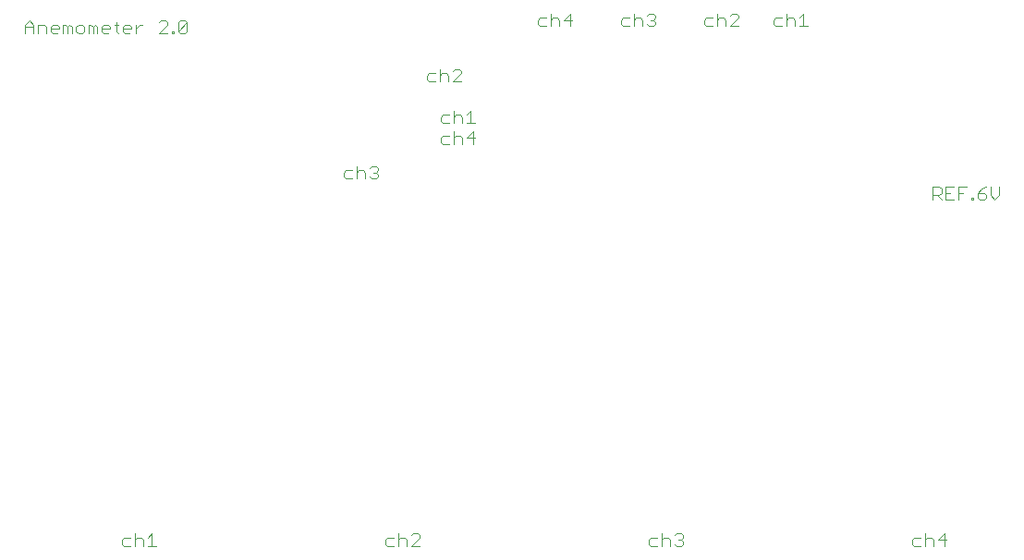
<source format=gto>
G75*
G70*
%OFA0B0*%
%FSLAX24Y24*%
%IPPOS*%
%LPD*%
%AMOC8*
5,1,8,0,0,1.08239X$1,22.5*
%
%ADD10C,0.0040*%
D10*
X004724Y004292D02*
X004801Y004215D01*
X005031Y004215D01*
X005184Y004215D02*
X005184Y004676D01*
X005261Y004522D02*
X005414Y004522D01*
X005491Y004445D01*
X005491Y004215D01*
X005645Y004215D02*
X005951Y004215D01*
X005798Y004215D02*
X005798Y004676D01*
X005645Y004522D01*
X005261Y004522D02*
X005184Y004445D01*
X005031Y004522D02*
X004801Y004522D01*
X004724Y004445D01*
X004724Y004292D01*
X014224Y004292D02*
X014301Y004215D01*
X014531Y004215D01*
X014684Y004215D02*
X014684Y004676D01*
X014761Y004522D02*
X014914Y004522D01*
X014991Y004445D01*
X014991Y004215D01*
X015145Y004215D02*
X015451Y004522D01*
X015451Y004599D01*
X015375Y004676D01*
X015221Y004676D01*
X015145Y004599D01*
X014761Y004522D02*
X014684Y004445D01*
X014531Y004522D02*
X014301Y004522D01*
X014224Y004445D01*
X014224Y004292D01*
X015145Y004215D02*
X015451Y004215D01*
X023724Y004292D02*
X023801Y004215D01*
X024031Y004215D01*
X024184Y004215D02*
X024184Y004676D01*
X024261Y004522D02*
X024184Y004445D01*
X024261Y004522D02*
X024414Y004522D01*
X024491Y004445D01*
X024491Y004215D01*
X024645Y004292D02*
X024721Y004215D01*
X024875Y004215D01*
X024951Y004292D01*
X024951Y004369D01*
X024875Y004445D01*
X024798Y004445D01*
X024875Y004445D02*
X024951Y004522D01*
X024951Y004599D01*
X024875Y004676D01*
X024721Y004676D01*
X024645Y004599D01*
X024031Y004522D02*
X023801Y004522D01*
X023724Y004445D01*
X023724Y004292D01*
X033224Y004292D02*
X033301Y004215D01*
X033531Y004215D01*
X033684Y004215D02*
X033684Y004676D01*
X033761Y004522D02*
X033684Y004445D01*
X033761Y004522D02*
X033914Y004522D01*
X033991Y004445D01*
X033991Y004215D01*
X034145Y004445D02*
X034451Y004445D01*
X034375Y004215D02*
X034375Y004676D01*
X034145Y004445D01*
X033531Y004522D02*
X033301Y004522D01*
X033224Y004445D01*
X033224Y004292D01*
X033974Y016715D02*
X033974Y017176D01*
X034204Y017176D01*
X034281Y017099D01*
X034281Y016945D01*
X034204Y016869D01*
X033974Y016869D01*
X034127Y016869D02*
X034281Y016715D01*
X034434Y016715D02*
X034741Y016715D01*
X034895Y016715D02*
X034895Y017176D01*
X035201Y017176D01*
X035048Y016945D02*
X034895Y016945D01*
X034741Y017176D02*
X034434Y017176D01*
X034434Y016715D01*
X034434Y016945D02*
X034588Y016945D01*
X035355Y016792D02*
X035355Y016715D01*
X035432Y016715D01*
X035432Y016792D01*
X035355Y016792D01*
X035585Y016792D02*
X035662Y016715D01*
X035815Y016715D01*
X035892Y016792D01*
X035892Y016869D01*
X035815Y016945D01*
X035585Y016945D01*
X035585Y016792D01*
X035585Y016945D02*
X035739Y017099D01*
X035892Y017176D01*
X036046Y017176D02*
X036046Y016869D01*
X036199Y016715D01*
X036352Y016869D01*
X036352Y017176D01*
X029451Y022965D02*
X029145Y022965D01*
X029298Y022965D02*
X029298Y023426D01*
X029145Y023272D01*
X028991Y023195D02*
X028991Y022965D01*
X028991Y023195D02*
X028914Y023272D01*
X028761Y023272D01*
X028684Y023195D01*
X028531Y023272D02*
X028301Y023272D01*
X028224Y023195D01*
X028224Y023042D01*
X028301Y022965D01*
X028531Y022965D01*
X028684Y022965D02*
X028684Y023426D01*
X026951Y023349D02*
X026875Y023426D01*
X026721Y023426D01*
X026645Y023349D01*
X026491Y023195D02*
X026491Y022965D01*
X026645Y022965D02*
X026951Y023272D01*
X026951Y023349D01*
X026491Y023195D02*
X026414Y023272D01*
X026261Y023272D01*
X026184Y023195D01*
X026031Y023272D02*
X025801Y023272D01*
X025724Y023195D01*
X025724Y023042D01*
X025801Y022965D01*
X026031Y022965D01*
X026184Y022965D02*
X026184Y023426D01*
X026645Y022965D02*
X026951Y022965D01*
X023951Y023042D02*
X023875Y022965D01*
X023721Y022965D01*
X023645Y023042D01*
X023491Y022965D02*
X023491Y023195D01*
X023414Y023272D01*
X023261Y023272D01*
X023184Y023195D01*
X023031Y023272D02*
X022801Y023272D01*
X022724Y023195D01*
X022724Y023042D01*
X022801Y022965D01*
X023031Y022965D01*
X023184Y022965D02*
X023184Y023426D01*
X023645Y023349D02*
X023721Y023426D01*
X023875Y023426D01*
X023951Y023349D01*
X023951Y023272D01*
X023875Y023195D01*
X023951Y023119D01*
X023951Y023042D01*
X023875Y023195D02*
X023798Y023195D01*
X020951Y023195D02*
X020645Y023195D01*
X020875Y023426D01*
X020875Y022965D01*
X020491Y022965D02*
X020491Y023195D01*
X020414Y023272D01*
X020261Y023272D01*
X020184Y023195D01*
X020031Y023272D02*
X019801Y023272D01*
X019724Y023195D01*
X019724Y023042D01*
X019801Y022965D01*
X020031Y022965D01*
X020184Y022965D02*
X020184Y023426D01*
X016951Y021349D02*
X016875Y021426D01*
X016721Y021426D01*
X016645Y021349D01*
X016491Y021195D02*
X016491Y020965D01*
X016645Y020965D02*
X016951Y021272D01*
X016951Y021349D01*
X016491Y021195D02*
X016414Y021272D01*
X016261Y021272D01*
X016184Y021195D01*
X016031Y021272D02*
X015801Y021272D01*
X015724Y021195D01*
X015724Y021042D01*
X015801Y020965D01*
X016031Y020965D01*
X016184Y020965D02*
X016184Y021426D01*
X016645Y020965D02*
X016951Y020965D01*
X016684Y019926D02*
X016684Y019465D01*
X016531Y019465D02*
X016301Y019465D01*
X016224Y019542D01*
X016224Y019695D01*
X016301Y019772D01*
X016531Y019772D01*
X016684Y019695D02*
X016761Y019772D01*
X016914Y019772D01*
X016991Y019695D01*
X016991Y019465D01*
X017145Y019465D02*
X017451Y019465D01*
X017298Y019465D02*
X017298Y019926D01*
X017145Y019772D01*
X017375Y019176D02*
X017145Y018945D01*
X017451Y018945D01*
X017375Y018715D02*
X017375Y019176D01*
X016991Y018945D02*
X016991Y018715D01*
X016991Y018945D02*
X016914Y019022D01*
X016761Y019022D01*
X016684Y018945D01*
X016531Y019022D02*
X016301Y019022D01*
X016224Y018945D01*
X016224Y018792D01*
X016301Y018715D01*
X016531Y018715D01*
X016684Y018715D02*
X016684Y019176D01*
X013951Y017849D02*
X013951Y017772D01*
X013875Y017695D01*
X013951Y017619D01*
X013951Y017542D01*
X013875Y017465D01*
X013721Y017465D01*
X013645Y017542D01*
X013491Y017465D02*
X013491Y017695D01*
X013414Y017772D01*
X013261Y017772D01*
X013184Y017695D01*
X013031Y017772D02*
X012801Y017772D01*
X012724Y017695D01*
X012724Y017542D01*
X012801Y017465D01*
X013031Y017465D01*
X013184Y017465D02*
X013184Y017926D01*
X013645Y017849D02*
X013721Y017926D01*
X013875Y017926D01*
X013951Y017849D01*
X013875Y017695D02*
X013798Y017695D01*
X007055Y022792D02*
X006979Y022715D01*
X006825Y022715D01*
X006748Y022792D01*
X007055Y023099D01*
X007055Y022792D01*
X006748Y022792D02*
X006748Y023099D01*
X006825Y023176D01*
X006979Y023176D01*
X007055Y023099D01*
X006595Y022792D02*
X006595Y022715D01*
X006518Y022715D01*
X006518Y022792D01*
X006595Y022792D01*
X006365Y022715D02*
X006058Y022715D01*
X006365Y023022D01*
X006365Y023099D01*
X006288Y023176D01*
X006135Y023176D01*
X006058Y023099D01*
X005444Y023022D02*
X005367Y023022D01*
X005214Y022869D01*
X005214Y023022D02*
X005214Y022715D01*
X005060Y022869D02*
X004753Y022869D01*
X004753Y022945D02*
X004830Y023022D01*
X004984Y023022D01*
X005060Y022945D01*
X005060Y022869D01*
X004984Y022715D02*
X004830Y022715D01*
X004753Y022792D01*
X004753Y022945D01*
X004600Y023022D02*
X004447Y023022D01*
X004523Y023099D02*
X004523Y022792D01*
X004600Y022715D01*
X004293Y022869D02*
X003986Y022869D01*
X003986Y022945D02*
X004063Y023022D01*
X004216Y023022D01*
X004293Y022945D01*
X004293Y022869D01*
X004216Y022715D02*
X004063Y022715D01*
X003986Y022792D01*
X003986Y022945D01*
X003833Y022945D02*
X003833Y022715D01*
X003679Y022715D02*
X003679Y022945D01*
X003756Y023022D01*
X003833Y022945D01*
X003679Y022945D02*
X003602Y023022D01*
X003526Y023022D01*
X003526Y022715D01*
X003372Y022792D02*
X003296Y022715D01*
X003142Y022715D01*
X003065Y022792D01*
X003065Y022945D01*
X003142Y023022D01*
X003296Y023022D01*
X003372Y022945D01*
X003372Y022792D01*
X002912Y022715D02*
X002912Y022945D01*
X002835Y023022D01*
X002758Y022945D01*
X002758Y022715D01*
X002605Y022715D02*
X002605Y023022D01*
X002682Y023022D01*
X002758Y022945D01*
X002451Y022945D02*
X002451Y022869D01*
X002145Y022869D01*
X002145Y022945D02*
X002221Y023022D01*
X002375Y023022D01*
X002451Y022945D01*
X002375Y022715D02*
X002221Y022715D01*
X002145Y022792D01*
X002145Y022945D01*
X001991Y022945D02*
X001991Y022715D01*
X001991Y022945D02*
X001914Y023022D01*
X001684Y023022D01*
X001684Y022715D01*
X001531Y022715D02*
X001531Y023022D01*
X001377Y023176D01*
X001224Y023022D01*
X001224Y022715D01*
X001224Y022945D02*
X001531Y022945D01*
M02*

</source>
